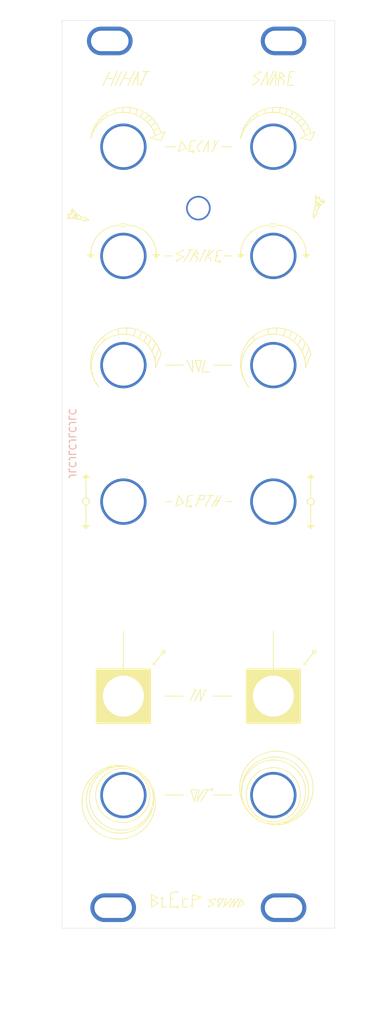
<source format=kicad_pcb>
(kicad_pcb (version 20211014) (generator pcbnew)
  (layers (0 "F.Cu" signal) (31 "B.Cu" signal) (34 "B.Paste" user) (35 "F.Paste" user) (36 "B.SilkS" user "B.Silkscreen") (37 "F.SilkS" user "F.Silkscreen") (38 "B.Mask" user) (39 "F.Mask" user) (44 "Edge.Cuts" user))
  (net 0 "")
  (footprint "Synth:Doepfer Mounting hole" (layer "F.Cu") (at 150 149.5)
    (fp_text reference "REF**" hide)
    (fp_text value "Doepfer Mounting hole")
    (pad "1" thru_hole oval locked (at 0 0) (size 6.7 4.2) (drill oval 5.5 3) (layers *.Cu *.Mask))
  )
  (footprint "Synth:Doepfer Mounting hole" (layer "F.Cu") (at 124.5 22.5)
    (fp_text reference "REF**" hide)
    (fp_text value "Doepfer Mounting hole")
    (pad "1" thru_hole oval locked (at 0 0) (size 6.7 4.2) (drill oval 5.5 3) (layers *.Cu *.Mask))
  )
  (footprint "Synth:Doepfer Mounting hole" (layer "F.Cu") (at 150 22.5)
    (fp_text reference "REF**" hide)
    (fp_text value "Doepfer Mounting hole")
    (pad "1" thru_hole oval locked (at 0 0) (size 6.7 4.2) (drill oval 5.5 3) (layers *.Cu *.Mask))
  )
  (footprint "Synth:Doepfer Mounting hole" (layer "F.Cu") (at 125 149.5)
    (fp_text reference "REF**" hide)
    (fp_text value "Doepfer Mounting hole")
    (pad "1" thru_hole oval locked (at 0 0) (size 6.7 4.2) (drill oval 5.5 3) (layers *.Cu *.Mask))
  )
  (gr_line (start 132.2 148) (end 132.2 149.4) (layer "F.SilkS") (width 0.12))
  (gr_line (start 133.4 149.4) (end 134.6 149.4) (layer "F.SilkS") (width 0.12))
  (gr_line (start 130.6 149.4) (end 131.6 148.8) (layer "F.SilkS") (width 0.12))
  (gr_line (start 131.6 148.8) (end 130.6 148.4) (layer "F.SilkS") (width 0.12))
  (gr_line (start 132.2 149.4) (end 132.8 149.4) (layer "F.SilkS") (width 0.12))
  (gr_line (start 133.8 147.2) (end 134.6 147.2) (layer "F.SilkS") (width 0.12))
  (gr_line (start 135.2 149.4) (end 136 149.4) (layer "F.SilkS") (width 0.12))
  (gr_line (start 136.6 147.6) (end 138 148) (layer "F.SilkS") (width 0.12))
  (gr_line (start 133.4 147.6) (end 133.4 149.4) (layer "F.SilkS") (width 0.12))
  (gr_line (start 133.4 148.2) (end 133.8 148.2) (layer "F.SilkS") (width 0.12))
  (gr_line (start 135.2 148.2) (end 135.2 149.4) (layer "F.SilkS") (width 0.12))
  (gr_line (start 136.4 149.2) (end 136.6 149.4) (layer "F.SilkS") (width 0.12))
  (gr_line (start 135.2 148.2) (end 136 148.2) (layer "F.SilkS") (width 0.12))
  (gr_line (start 136.6 149.4) (end 136.6 149.2) (layer "F.SilkS") (width 0.12))
  (gr_line (start 136.6 147.6) (end 136.6 149.4) (layer "F.SilkS") (width 0.12))
  (gr_line (start 138 148) (end 136.6 148.4) (layer "F.SilkS") (width 0.12))
  (gr_line (start 135.2 148.8) (end 135.4 148.8) (layer "F.SilkS") (width 0.12))
  (gr_line (start 130.6 148.4) (end 131.6 148) (layer "F.SilkS") (width 0.12))
  (gr_line (start 136.6 149.4) (end 136.8 149.2) (layer "F.SilkS") (width 0.12))
  (gr_line (start 130.6 147.6) (end 130.6 149.4) (layer "F.SilkS") (width 0.12))
  (gr_line (start 131.6 148) (end 130.6 147.6) (layer "F.SilkS") (width 0.12))
  (gr_line (start 143.4 148.2) (end 143.2 148.2) (layer "F.SilkS") (width 0.12))
  (gr_line (start 139 149.4) (end 139 149.2) (layer "F.SilkS") (width 0.12))
  (gr_line (start 140.4 148.2) (end 140.4 149.4) (layer "F.SilkS") (width 0.12))
  (gr_line (start 141.6 148.2) (end 141.2 149.4) (layer "F.SilkS") (width 0.12))
  (gr_line (start 141.2 149.4) (end 142.4 148.2) (layer "F.SilkS") (width 0.12))
  (gr_line (start 143.8 148.2) (end 143.2 149.4) (layer "F.SilkS") (width 0.12))
  (gr_line (start 143.8 148.2) (end 144.2 149) (layer "F.SilkS") (width 0.12))
  (gr_line (start 140 148.2) (end 140 148.4) (layer "F.SilkS") (width 0.12))
  (gr_line (start 132.2 148) (end 132 148.2) (layer "F.SilkS") (width 0.12))
  (gr_line (start 132.2 148) (end 132.4 148.2) (layer "F.SilkS") (width 0.12))
  (gr_line (start 142.8 148.2) (end 142.6 149.4) (layer "F.SilkS") (width 0.12))
  (gr_arc (start 133.4 147.6) (mid 133.517157 147.317157) (end 133.8 147.2) (layer "F.SilkS") (width 0.12))
  (gr_line (start 139.8 149) (end 139 149.4) (layer "F.SilkS") (width 0.12))
  (gr_line (start 134.6 149.4) (end 134.4 149.2) (layer "F.SilkS") (width 0.12))
  (gr_line (start 134.6 149.4) (end 134.4 149.6) (layer "F.SilkS") (width 0.12))
  (gr_line (start 139 148.4) (end 139.8 149) (layer "F.SilkS") (width 0.12))
  (gr_line (start 141.2 148.2) (end 140.4 148.2) (layer "F.SilkS") (width 0.12))
  (gr_line (start 142.6 149.4) (end 143.4 148.2) (layer "F.SilkS") (width 0.12))
  (gr_line (start 142.8 148.2) (end 142 149.4) (layer "F.SilkS") (width 0.12))
  (gr_line (start 141.6 148.2) (end 141.4 148.2) (layer "F.SilkS") (width 0.12))
  (gr_line (start 142 149.4) (end 142.2 149.4) (layer "F.SilkS") (width 0.12))
  (gr_line (start 142.4 148.2) (end 142.2 148.2) (layer "F.SilkS") (width 0.12))
  (gr_line (start 140.4 149.4) (end 141.2 148.2) (layer "F.SilkS") (width 0.12))
  (gr_line (start 143.2 149.4) (end 144.2 149) (layer "F.SilkS") (width 0.12))
  (gr_line (start 140 148.2) (end 139 148.4) (layer "F.SilkS") (width 0.12))
  (gr_line (start 153.1 69.1) (end 153.7 67.6) (layer "F.SilkS") (width 0.12))
  (gr_line (start 150.8 66) (end 151.2 65.1) (layer "F.SilkS") (width 0.12))
  (gr_line (start 153.2 70.4) (end 154.016834 68.385033) (layer "F.SilkS") (width 0.12))
  (gr_line (start 152.7 68) (end 153.2 66.8) (layer "F.SilkS") (width 0.12))
  (gr_line (start 152.1 67.1) (end 152.6 66.1) (layer "F.SilkS") (width 0.12))
  (gr_line (start 148.9 65.5) (end 149 64.6) (layer "F.SilkS") (width 0.12))
  (gr_line (start 151.5 66.5) (end 152 65.6) (layer "F.SilkS") (width 0.12))
  (gr_arc (start 144.88996 73.180994) (mid 147.01942 65.725465) (end 153.216834 70.385033) (layer "F.SilkS") (width 0.12))
  (gr_arc (start 144.9 73.2) (mid 146.484178 65.160984) (end 154.016834 68.385033) (layer "F.SilkS") (width 0.12))
  (gr_line (start 149.983166 65.714967) (end 150.3 64.8) (layer "F.SilkS") (width 0.12))
  (gr_line (start 147.7 64.7) (end 147.8 65.5) (layer "F.SilkS") (width 0.12))
  (gr_line (start 144 68.8) (end 143.8 68.7) (layer "F.SilkS") (width 0.12))
  (gr_line (start 145.7 66.4) (end 145.6 65.8) (layer "F.SilkS") (width 0.12))
  (gr_line (start 137.55 71) (end 137.05 69.3) (layer "F.SilkS") (width 0.12))
  (gr_line (start 148.5 115.25) (end 148.5 109) (layer "F.SilkS") (width 0.12))
  (gr_line (start 126.5 115.25) (end 126.5 109) (layer "F.SilkS") (width 0.12))
  (gr_line (start 125.1 28) (end 124.7 29) (layer "F.SilkS") (width 0.12))
  (gr_line (start 124.7 29) (end 124.6 29) (layer "F.SilkS") (width 0.12))
  (gr_line (start 128.7 27) (end 128.6 29) (layer "F.SilkS") (width 0.12))
  (gr_line (start 129.9 27) (end 129 29) (layer "F.SilkS") (width 0.12))
  (gr_line (start 127 27) (end 126 29) (layer "F.SilkS") (width 0.12))
  (gr_line (start 126.5 28) (end 127.6 28) (layer "F.SilkS") (width 0.12))
  (gr_line (start 126 29) (end 125.9 29) (layer "F.SilkS") (width 0.12))
  (gr_line (start 129.9 27) (end 130.4 27) (layer "F.SilkS") (width 0.12))
  (gr_line (start 124.5 27) (end 123.5 29) (layer "F.SilkS") (width 0.12))
  (gr_line (start 125.6 27) (end 125.5 27) (layer "F.SilkS") (width 0.12))
  (gr_line (start 127.6 28) (end 127.2 29) (layer "F.SilkS") (width 0.12))
  (gr_line (start 124 28) (end 125.1 28) (layer "F.SilkS") (width 0.12))
  (gr_line (start 124.5 27) (end 124.4 27) (layer "F.SilkS") (width 0.12))
  (gr_line (start 128.1 27) (end 128 27) (layer "F.SilkS") (width 0.12))
  (gr_line (start 127.2 29) (end 127.1 29) (layer "F.SilkS") (width 0.12))
  (gr_line (start 127 27) (end 126.9 27) (layer "F.SilkS") (width 0.12))
  (gr_line (start 123.5 29) (end 123.4 29) (layer "F.SilkS") (width 0.12))
  (gr_line (start 125.1 28) (end 125.6 27) (layer "F.SilkS") (width 0.12))
  (gr_line (start 127.6 28) (end 128.1 27) (layer "F.SilkS") (width 0.12))
  (gr_line (start 128.7 27) (end 127.8 29) (layer "F.SilkS") (width 0.12))
  (gr_line (start 126.2 27) (end 125.3 29) (layer "F.SilkS") (width 0.12))
  (gr_line (start 128.6 28) (end 128.3 28) (layer "F.SilkS") (width 0.12))
  (gr_line (start 129.9 27) (end 129.3 27) (layer "F.SilkS") (width 0.12))
  (gr_line (start 129 29) (end 129.2 28.9) (layer "F.SilkS") (width 0.12))
  (gr_line (start 129 29) (end 128.9 28.8) (layer "F.SilkS") (width 0.12))
  (gr_line (start 149.3 28) (end 149 28) (layer "F.SilkS") (width 0.12))
  (gr_line (start 145.5 29) (end 145.7 29) (layer "F.SilkS") (width 0.12))
  (gr_line (start 148.9 27) (end 148.8 29) (layer "F.SilkS") (width 0.12))
  (gr_line (start 146.5 28.2) (end 145.5 29) (layer "F.SilkS") (width 0.12))
  (gr_line (start 146.7 27) (end 145.6 27.6) (layer "F.SilkS") (width 0.12))
  (gr_line (start 148.5 27) (end 147.6 29) (layer "F.SilkS") (width 0.12))
  (gr_line (start 147.6 27) (end 147.6 29) (layer "F.SilkS") (width 0.12))
  (gr_line (start 149.5 27) (end 149.2 29) (layer "F.SilkS") (width 0.12))
  (gr_line (start 148.9 27) (end 148 29) (layer "F.SilkS") (width 0.12))
  (gr_line (start 150.6 29) (end 150.9 27) (layer "F.SilkS") (width 0.12))
  (gr_line (start 149.4 27.8) (end 150.1 28.3) (layer "F.SilkS") (width 0.12))
  (gr_line (start 150.6 29) (end 151.5 29) (layer "F.SilkS") (width 0.12))
  (gr_line (start 145.5 29) (end 145.5 28.8) (layer "F.SilkS") (width 0.12))
  (gr_line (start 145.6 27.6) (end 146.5 28.2) (layer "F.SilkS") (width 0.12))
  (gr_line (start 146.7 27) (end 146.7 27.2) (layer "F.SilkS") (width 0.12))
  (gr_line (start 148.5 27) (end 148.4 27) (layer "F.SilkS") (width 0.12))
  (gr_line (start 146.7 27) (end 146.5 26.9) (layer "F.SilkS") (width 0.12))
  (gr_line (start 150.9 27) (end 151.7 27) (layer "F.SilkS") (width 0.12))
  (gr_line (start 149.5 27) (end 150.2 27.7) (layer "F.SilkS") (width 0.12))
  (gr_line (start 150.1 28.3) (end 150 29) (layer "F.SilkS") (width 0.12))
  (gr_line (start 150.8 27.8) (end 151.2 27.8) (layer "F.SilkS") (width 0.12))
  (gr_line (start 150.2 27.7) (end 149.4 27.8) (layer "F.SilkS") (width 0.12))
  (gr_line (start 147.6 27) (end 146.7 29) (layer "F.SilkS") (width 0.12))
  (gr_line (start 146.7 29) (end 146.6 29) (layer "F.SilkS") (width 0.12))
  (gr_poly (pts (xy 152.5 122.5) (xy 144.5 122.5) (xy 144.5 114.5) (xy 152.5 114.5)) (layer "F.SilkS") (width 0.1) (fill solid))
  (gr_line (start 138.5 132.2) (end 139.2 132.2) (layer "F.SilkS") (width 0.12))
  (gr_line (start 136.9 133.9) (end 136.4 132.2) (layer "F.SilkS") (width 0.12))
  (gr_line (start 136.4 132.2) (end 137.3 132.2) (layer "F.SilkS") (width 0.12))
  (gr_line (start 137.6 132.2) (end 137.3 133.9) (layer "F.SilkS") (width 0.12))
  (gr_line (start 137.3 133.9) (end 138.3 132.2) (layer "F.SilkS") (width 0.12))
  (gr_line (start 137.3 132.2) (end 136.9 133.9) (layer "F.SilkS") (width 0.12))
  (gr_line (start 138.9 132.2) (end 137.9 133.9) (layer "F.SilkS") (width 0.12))
  (gr_circle (center 126.2 133.45) (end 129.2 137.05) (layer "F.SilkS") (width 0.12) (fill none))
  (gr_circle (center 126.4 133.05) (end 129 136.05) (layer "F.SilkS") (width 0.12) (fill none))
  (gr_circle (center 125.8 134.05) (end 127.8 139.05) (layer "F.SilkS") (width 0.12) (fill none))
  (gr_circle (center 126 133.65) (end 127.8 138.25) (layer "F.SilkS") (width 0.12) (fill none))
  (gr_circle (center 148.95 131.95) (end 146.95 126.95) (layer "F.SilkS") (width 0.12) (fill none))
  (gr_circle (center 148.75 132.35) (end 146.95 127.75) (layer "F.SilkS") (width 0.12) (fill none))
  (gr_circle (center 148.55 132.55) (end 145.55 128.95) (layer "F.SilkS") (width 0.12) (fill none))
  (gr_circle (center 148.5 132.95) (end 145.9 129.95) (layer "F.SilkS") (width 0.12) (fill none))
  (gr_circle (center 154.5 112) (end 154.5 112.25) (layer "F.SilkS") (width 0.12) (fill none))
  (gr_line (start 154.5 112) (end 153 113.9) (layer "F.SilkS") (width 0.12))
  (gr_line (start 153 113.9) (end 153.3 113.9) (layer "F.SilkS") (width 0.12))
  (gr_line (start 153 113.9) (end 153 113.6) (layer "F.SilkS") (width 0.12))
  (gr_line (start 137.1 117.5) (end 136.9 117.6) (layer "F.SilkS") (width 0.12))
  (gr_line (start 137 119.2) (end 137.8 117.5) (layer "F.SilkS") (width 0.12))
  (gr_line (start 137 119.2) (end 136.9 119.2) (layer "F.SilkS") (width 0.12))
  (gr_line (start 137.8 117.5) (end 137.8 119.2) (layer "F.SilkS") (width 0.12))
  (gr_line (start 137.1 117.5) (end 137.2 117.7) (layer "F.SilkS") (width 0.12))
  (gr_line (start 137.8 119.2) (end 138.6 117.5) (layer "F.SilkS") (width 0.12))
  (gr_line (start 136.3 119.2) (end 137.1 117.5) (layer "F.SilkS") (width 0.12))
  (gr_line (start 138.6 117.5) (end 138.5 117.5) (layer "F.SilkS") (width 0.12))
  (gr_line (start 135.3 53.1) (end 135.3 53.3) (layer "F.SilkS") (width 0.12))
  (gr_line (start 135.3 54.1) (end 134.3 54.8) (layer "F.SilkS") (width 0.12))
  (gr_line (start 135.3 53.1) (end 134.3 53.7) (layer "F.SilkS") (width 0.12))
  (gr_line (start 134.3 54.8) (end 134.3 54.6) (layer "F.SilkS") (width 0.12))
  (gr_line (start 134.3 54.8) (end 134.5 54.8) (layer "F.SilkS") (width 0.12))
  (gr_line (start 136.4 53.1) (end 135.4 54.8) (layer "F.SilkS") (width 0.12))
  (gr_line (start 134.3 53.7) (end 135.3 54.1) (layer "F.SilkS") (width 0.12))
  (gr_line (start 137.5 53.7) (end 136.8 53.8) (layer "F.SilkS") (width 0.12))
  (gr_line (start 137.4 54.3) (end 137.2 54.8) (layer "F.SilkS") (width 0.12))
  (gr_line (start 137.1 53.1) (end 137.5 53.7) (layer "F.SilkS") (width 0.12))
  (gr_line (start 136 53.1) (end 136.7 53.1) (layer "F.SilkS") (width 0.12))
  (gr_line (start 137.1 53.1) (end 136.3 54.8) (layer "F.SilkS") (width 0.12))
  (gr_line (start 135.3 53.1) (end 135.1 53.1) (layer "F.SilkS") (width 0.12))
  (gr_line (start 136.8 53.8) (end 137.4 54.3) (layer "F.SilkS") (width 0.12))
  (gr_line (start 137.7 54.8) (end 138.5 53.1) (layer "F.SilkS") (width 0.12))
  (gr_arc (start 140.2 53.6) (mid 140.317157 53.317157) (end 140.6 53.2) (layer "F.SilkS") (width 0.12))
  (gr_line (start 140.8 54.8) (end 140.6 55) (layer "F.SilkS") (width 0.12))
  (gr_line (start 140.2 54) (end 140.5 54) (layer "F.SilkS") (width 0.12))
  (gr_line (start 140 54.8) (end 140.7 54.8) (layer "F.SilkS") (width 0.12))
  (gr_line (start 140.6 53.2) (end 141 53.2) (layer "F.SilkS") (width 0.12))
  (gr_line (start 140.2 53.6) (end 140 54.8) (layer "F.SilkS") (width 0.12))
  (gr_line (start 138.8 54.1) (end 139.7 53.2) (layer "F.SilkS") (width 0.12))
  (gr_line (start 138.5 53.1) (end 138.3 53.2) (layer "F.SilkS") (width 0.12))
  (gr_line (start 138.4 54.8) (end 139.2 53.1) (layer "F.SilkS") (width 0.12))
  (gr_line (start 138.5 53.1) (end 138.6 53.3) (layer "F.SilkS") (width 0.12))
  (gr_line (start 138.8 54.1) (end 139.3 54.4) (layer "F.SilkS") (width 0.12))
  (gr_line (start 139.3 54.4) (end 139.3 54.8) (layer "F.SilkS") (width 0.12))
  (gr_line (start 140.8 54.8) (end 140.6 54.6) (layer "F.SilkS") (width 0.12))
  (gr_line (start 137.6 38.7) (end 137.7 38.6) (layer "F.SilkS") (width 0.12))
  (gr_line (start 138.1 37.1) (end 137.3 38) (layer "F.SilkS") (width 0.12))
  (gr_line (start 139.9 38) (end 139.9 37.1) (layer "F.SilkS") (width 0.12))
  (gr_line (start 134.6 38.7) (end 135.7 38.2) (layer "F.SilkS") (width 0.12))
  (gr_line (start 137.3 38) (end 137.6 38.7) (layer "F.SilkS") (width 0.12))
  (gr_line (start 135 37.1) (end 134.6 38.7) (layer "F.SilkS") (width 0.12))
  (gr_line (start 135.7 38.2) (end 135 37.1) (layer "F.SilkS") (width 0.12))
  (gr_line (start 139.9 38) (end 140.4 37.1) (layer "F.SilkS") (width 0.12))
  (gr_line (start 138.1 37.1) (end 138.2 37.2) (layer "F.SilkS") (width 0.12))
  (gr_line (start 139.5 38.7) (end 139.5 38.5) (layer "F.SilkS") (width 0.12))
  (gr_line (start 139.5 38.7) (end 139.7 38.6) (layer "F.SilkS") (width 0.12))
  (gr_arc (start 136.3 37.5) (mid 136.417157 37.217157) (end 136.7 37.1) (layer "F.SilkS") (width 0.12))
  (gr_line (start 136.1 38.7) (end 136.8 38.7) (layer "F.SilkS") (width 0.12))
  (gr_line (start 136.9 38.7) (end 136.7 38.5) (layer "F.SilkS") (width 0.12))
  (gr_line (start 138.9 37.9) (end 138.6 37.9) (layer "F.SilkS") (width 0.12))
  (gr_line (start 136.7 37.1) (end 137.1 37.1) (layer "F.SilkS") (width 0.12))
  (gr_line (start 136.3 37.5) (end 136.1 38.7) (layer "F.SilkS") (width 0.12))
  (gr_line (start 139 37.1) (end 138.9 38.7) (layer "F.SilkS") (width 0.12))
  (gr_line (start 136.9 38.7) (end 136.7 38.9) (layer "F.SilkS") (width 0.12))
  (gr_line (start 136.3 37.9) (end 136.6 37.9) (layer "F.SilkS") (width 0.12))
  (gr_line (start 139 37.1) (end 138.2 38.7) (layer "F.SilkS") (width 0.12))
  (gr_line (start 139.9 38) (end 139.5 38.7) (layer "F.SilkS") (width 0.12))
  (gr_arc (start 120.3 48.3) (mid 120.895036 48.385595) (end 121.400757 48.710619) (layer "F.SilkS") (width 0.12))
  (gr_line (start 120.200758 48.610618) (end 119.600758 48.610618) (layer "F.SilkS") (width 0.12))
  (gr_line (start 119.100758 47.810618) (end 118.800758 47.310618) (layer "F.SilkS") (width 0.12))
  (gr_line (start 118.800758 47.310618) (end 119.100758 47.510618) (layer "F.SilkS") (width 0.12))
  (gr_line (start 119.400758 48.210618) (end 119.000758 48.310618) (layer "F.SilkS") (width 0.12))
  (gr_line (start 118.300758 47.910618) (end 118.800758 48.010618) (layer "F.SilkS") (width 0.12))
  (gr_line (start 119.000758 47.110618) (end 119.700758 47.910618) (layer "F.SilkS") (width 0.12))
  (gr_line (start 119.500758 48.510618) (end 118.100758 48.510618) (layer "F.SilkS") (width 0.12))
  (gr_line (start 119.400758 47.810618) (end 119.500758 48.110618) (layer "F.SilkS") (width 0.12))
  (gr_line (start 118.700758 47.710618) (end 119.100758 47.810618) (layer "F.SilkS") (width 0.12))
  (gr_line (start 119.000758 48.310618) (end 119.600758 48.310618) (layer "F.SilkS") (width 0.12))
  (gr_line (start 118.600758 48.310618) (end 118.300758 47.910618) (layer "F.SilkS") (width 0.12))
  (gr_arc (start 120.966896 48.819083) (mid 120.956214 48.661819) (end 121.000758 48.510618) (layer "F.SilkS") (width 0.12))
  (gr_line (start 119.200758 48.010618) (end 119.400758 48.210618) (layer "F.SilkS") (width 0.12))
  (gr_line (start 118.100758 48.510618) (end 118.600758 48.310618) (layer "F.SilkS") (width 0.12))
  (gr_line (start 119.700758 48.110618) (end 119.400758 47.810618) (layer "F.SilkS") (width 0.12))
  (gr_line (start 119.100758 47.510618) (end 119.000758 47.110618) (layer "F.SilkS") (width 0.12))
  (gr_arc (start 121.396965 48.797347) (mid 120.778319 48.835581) (end 120.200758 48.610618) (layer "F.SilkS") (width 0.12))
  (gr_line (start 119.600758 48.610618) (end 119.900758 47.910618) (layer "F.SilkS") (width 0.12))
  (gr_line (start 119.900758 47.910618) (end 120.300758 48.310618) (layer "F.SilkS") (width 0.12))
  (gr_line (start 118.800758 48.010618) (end 118.700758 47.710618) (layer "F.SilkS") (width 0.12))
  (gr_line (start 119.500758 48.110618) (end 119.200758 48.010618) (layer "F.SilkS") (width 0.12))
  (gr_line (start 121.425758 48.735618) (end 121.400757 48.710619) (layer "F.SilkS") (width 0.12))
  (gr_line (start 120.300758 48.310618) (end 120.200758 48.610618) (layer "F.SilkS") (width 0.12))
  (gr_line (start 121.389271 48.770418) (end 121.425758 48.760618) (layer "F.SilkS") (width 0.12))
  (gr_line (start 154.429582 48.389271) (end 154.439382 48.425758) (layer "F.SilkS") (width 0.12))
  (gr_line (start 154.889382 47.300758) (end 154.589382 47.200758) (layer "F.SilkS") (width 0.12))
  (gr_line (start 154.889382 46.000758) (end 154.889382 46.600758) (layer "F.SilkS") (width 0.12))
  (gr_line (start 155.189382 46.200758) (end 154.989382 46.400758) (layer "F.SilkS") (width 0.12))
  (gr_line (start 155.389382 46.400758) (end 155.089382 46.500758) (layer "F.SilkS") (width 0.12))
  (gr_line (start 155.889382 45.800758) (end 155.689382 46.100758) (layer "F.SilkS") (width 0.12))
  (gr_line (start 156.089382 46.000758) (end 155.289382 46.700758) (layer "F.SilkS") (width 0.12))
  (gr_line (start 155.089382 46.500758) (end 155.189382 46.200758) (layer "F.SilkS") (width 0.12))
  (gr_line (start 154.464382 48.425758) (end 154.489381 48.400757) (layer "F.SilkS") (width 0.12))
  (gr_line (start 154.689382 45.100758) (end 154.889382 45.600758) (layer "F.SilkS") (width 0.12))
  (gr_line (start 154.589382 46.600758) (end 155.289382 46.900758) (layer "F.SilkS") (width 0.12))
  (gr_line (start 155.489382 45.700758) (end 155.389382 46.100758) (layer "F.SilkS") (width 0.12))
  (gr_arc (start 154.402653 48.396965) (mid 154.364419 47.778319) (end 154.589382 47.200758) (layer "F.SilkS") (width 0.12))
  (gr_line (start 154.989382 46.400758) (end 154.889382 46.000758) (layer "F.SilkS") (width 0.12))
  (gr_line (start 155.689382 46.100758) (end 156.089382 46.000758) (layer "F.SilkS") (width 0.12))
  (gr_line (start 155.189382 45.800758) (end 155.489382 45.700758) (layer "F.SilkS") (width 0.12))
  (gr_line (start 154.889382 45.600758) (end 155.289382 45.300758) (layer "F.SilkS") (width 0.12))
  (gr_line (start 155.289382 45.300758) (end 155.189382 45.800758) (layer "F.SilkS") (width 0.12))
  (gr_line (start 155.389382 46.100758) (end 155.889382 45.800758) (layer "F.SilkS") (width 0.12))
  (gr_line (start 154.589382 47.200758) (end 154.589382 46.600758) (layer "F.SilkS") (width 0.12))
  (gr_arc (start 154.9 47.3) (mid 154.814405 47.895036) (end 154.489381 48.400757) (layer "F.SilkS") (width 0.12))
  (gr_arc (start 154.380917 47.966896) (mid 154.538181 47.956214) (end 154.689382 48.000758) (layer "F.SilkS") (width 0.12))
  (gr_line (start 155.289382 46.900758) (end 154.889382 47.300758) (layer "F.SilkS") (width 0.12))
  (gr_line (start 154.689382 46.500758) (end 154.689382 45.100758) (layer "F.SilkS") (width 0.12))
  (gr_line (start 155.089382 46.700758) (end 155.389382 46.400758) (layer "F.SilkS") (width 0.12))
  (gr_arc (start 121.701488 53.913118) (mid 122.919707 50.799701) (end 126 49.5) (layer "F.SilkS") (width 0.12))
  (gr_line (start 126 49.3) (end 126.9 49.3) (layer "F.SilkS") (width 0.12))
  (gr_poly (pts (xy 121.2 53.8) (xy 122.2 53.8) (xy 121.7 54.3)) (layer "F.SilkS") (width 0.1) (fill solid))
  (gr_line (start 126 49.7) (end 126.9 49.7) (layer "F.SilkS") (width 0.12))
  (gr_arc (start 126.9 49.5) (mid 130.013417 50.718219) (end 131.313118 53.798512) (layer "F.SilkS") (width 0.12))
  (gr_poly (pts (xy 130.82 53.8) (xy 131.82 53.8) (xy 131.32 54.3)) (layer "F.SilkS") (width 0.1) (fill solid))
  (gr_line (start 122 68.8) (end 121.8 68.7) (layer "F.SilkS") (width 0.12))
  (gr_line (start 127.983166 65.714967) (end 128.3 64.8) (layer "F.SilkS") (width 0.12))
  (gr_line (start 129.5 66.5) (end 130 65.6) (layer "F.SilkS") (width 0.12))
  (gr_line (start 126.9 65.5) (end 127 64.6) (layer "F.SilkS") (width 0.12))
  (gr_line (start 130.1 67.1) (end 130.6 66.1) (layer "F.SilkS") (width 0.12))
  (gr_line (start 130.7 68) (end 131.2 66.8) (layer "F.SilkS") (width 0.12))
  (gr_line (start 125.7 64.7) (end 125.8 65.5) (layer "F.SilkS") (width 0.12))
  (gr_line (start 131.2 70.4) (end 132.016834 68.385033) (layer "F.SilkS") (width 0.12))
  (gr_line (start 128.8 66) (end 129.2 65.1) (layer "F.SilkS") (width 0.12))
  (gr_line (start 123.7 66.4) (end 123.6 65.8) (layer "F.SilkS") (width 0.12))
  (gr_arc (start 122.9 73.2) (mid 124.484178 65.160984) (end 132.016834 68.385033) (layer "F.SilkS") (width 0.12))
  (gr_line (start 131.1 69.1) (end 131.7 67.6) (layer "F.SilkS") (width 0.12))
  (gr_arc (start 122.88996 73.180994) (mid 125.01942 65.725465) (end 131.216834 70.385033) (layer "F.SilkS") (width 0.12))
  (gr_arc (start 121.723949 36.805395) (mid 126.306844 32.976544) (end 131.2 36.4) (layer "F.SilkS") (width 0.12))
  (gr_line (start 131.7 35.3) (end 130.9 35.6) (layer "F.SilkS") (width 0.12))
  (gr_line (start 125.3 33.1) (end 125.3 32.5) (layer "F.SilkS") (width 0.12))
  (gr_line (start 129.6 34) (end 130.1 33.4) (layer "F.SilkS") (width 0.12))
  (gr_line (start 130.5 36.7) (end 132.6 35.8) (layer "F.SilkS") (width 0.12))
  (gr_line (start 130.5 35) (end 131.2 34.5) (layer "F.SilkS") (width 0.12))
  (gr_line (start 129 33.6) (end 129.4 32.9) (layer "F.SilkS") (width 0.12))
  (gr_line (start 126.4 32.9) (end 126.4 32.3) (layer "F.SilkS") (width 0.12))
  (gr_line (start 132.6 35.8) (end 132 37.1) (layer "F.SilkS") (width 0.12))
  (gr_line (start 123.3 34.1) (end 123.1 33.9) (layer "F.SilkS") (width 0.12))
  (gr_line (start 130.7 33.9) (end 130 34.4) (layer "F.SilkS") (width 0.12))
  (gr_line (start 127.4 33) (end 127.5 32.3) (layer "F.SilkS") (width 0.12))
  (gr_line (start 122.6 34.9) (end 122.5 34.8) (layer "F.SilkS") (width 0.12))
  (gr_line (start 132 37.1) (end 130.5 36.7) (layer "F.SilkS") (width 0.12))
  (gr_line (start 128.3 33.3) (end 128.5 32.5) (layer "F.SilkS") (width 0.12))
  (gr_line (start 124 33.2) (end 124.2 33.5) (layer "F.SilkS") (width 0.12))
  (gr_arc (start 121.700233 36.802142) (mid 126.535235 32.243032) (end 132.016834 36) (layer "F.SilkS") (width 0.12))
  (gr_arc (start 143.723949 36.805395) (mid 148.306844 32.976544) (end 153.2 36.4) (layer "F.SilkS") (width 0.12))
  (gr_line (start 153.7 35.3) (end 152.9 35.6) (layer "F.SilkS") (width 0.12))
  (gr_line (start 151.6 34) (end 152.1 33.4) (layer "F.SilkS") (width 0.12))
  (gr_line (start 152.5 35) (end 153.2 34.5) (layer "F.SilkS") (width 0.12))
  (gr_line (start 151 33.6) (end 151.4 32.9) (layer "F.SilkS") (width 0.12))
  (gr_line (start 152.5 36.7) (end 154.6 35.8) (layer "F.SilkS") (width 0.12))
  (gr_line (start 148.4 32.9) (end 148.4 32.3) (layer "F.SilkS") (width 0.12))
  (gr_line (start 154.6 35.8) (end 154 37.1) (layer "F.SilkS") (width 0.12))
  (gr_line (start 145.3 34.1) (end 145.1 33.9) (layer "F.SilkS") (width 0.12))
  (gr_line (start 152.7 33.9) (end 152 34.4) (layer "F.SilkS") (width 0.12))
  (gr_line (start 147.3 33.1) (end 147.3 32.5) (layer "F.SilkS") (width 0.12))
  (gr_line (start 149.4 33) (end 149.5 32.3) (layer "F.SilkS") (width 0.12))
  (gr_line (start 150.3 33.3) (end 150.5 32.5) (layer "F.SilkS") (width 0.12))
  (gr_arc (start 143.700233 36.802142) (mid 148.535235 32.243032) (end 154.016834 36) (layer "F.SilkS") (width 0.12))
  (gr_line (start 146 33.2) (end 146.2 33.5) (layer "F.SilkS") (width 0.12))
  (gr_line (start 144.6 34.9) (end 144.5 34.8) (layer "F.SilkS") (width 0.12))
  (gr_line (start 154 37.1) (end 152.5 36.7) (layer "F.SilkS") (width 0.12))
  (gr_poly (pts (xy 143.2 53.8) (xy 144.2 53.8) (xy 143.7 54.3)) (layer "F.SilkS") (width 0.1) (fill solid))
  (gr_arc (start 143.701488 53.913118) (mid 144.919707 50.799701) (end 148 49.5) (layer "F.SilkS") (width 0.12))
  (gr_arc (start 148.9 49.5) (mid 152.01395 50.718738) (end 153.313118 53.8) (layer "F.SilkS") (width 0.12))
  (gr_poly (pts (xy 152.82 53.79) (xy 153.82 53.79) (xy 153.32 54.29)) (layer "F.SilkS") (width 0.1) (fill solid))
  (gr_line (start 135.3 118.5) (end 132.6 118.5) (layer "F.SilkS") (width 0.12))
  (gr_line (start 141.3 54) (end 142.4 54) (layer "F.SilkS") (width 0.12))
  (gr_line (start 133.7 54) (end 132.6 54) (layer "F.SilkS") (width 0.12))
  (gr_line (start 154 90.5) (end 154 93.5) (layer "F.SilkS") (width 0.12))
  (gr_poly (pts (xy 121 94) (xy 120.5 93.5) (xy 121.5 93.5)) (layer "F.SilkS") (width 0.1) (fill solid))
  (gr_circle (center 121 90) (end 121.5 90) (layer "F.SilkS") (width 0.15) (fill none))
  (gr_line (start 121 90.5) (end 121 93.5) (layer "F.SilkS") (width 0.12))
  (gr_line (start 121 89.5) (end 121 86.5) (layer "F.SilkS") (width 0.12))
  (gr_poly (pts (xy 121.5 86.5) (xy 120.5 86.5) (xy 121 86)) (layer "F.SilkS") (width 0.1) (fill solid))
  (gr_line (start 140.4 89.1) (end 139.5 90.7) (layer "F.SilkS") (width 0.12))
  (gr_line (start 140.9 89.1) (end 140 90.7) (layer "F.SilkS") (width 0.12))
  (gr_line (start 134.6 89.1) (end 134.2 90.7) (layer "F.SilkS") (width 0.12))
  (gr_line (start 138.5 90.7) (end 138.7 90.6) (layer "F.SilkS") (width 0.12))
  (gr_line (start 135.7 90.7) (end 136.4 90.7) (layer "F.SilkS") (width 0.12))
  (gr_line (start 135.9 89.9) (end 136.2 89.9) (layer "F.SilkS") (width 0.12))
  (gr_line (start 139.8 89.9) (end 140.6 89.9) (layer "F.SilkS") (width 0.12))
  (gr_line (start 135.3 90.2) (end 134.6 89.1) (layer "F.SilkS") (width 0.12))
  (gr_line (start 138.5 89.1) (end 138.2 89.7) (layer "F.SilkS") (width 0.12))
  (gr_line (start 138.5 90.7) (end 138.5 90.5) (layer "F.SilkS") (width 0.12))
  (gr_line (start 139.4 89.1) (end 138.5 90.7) (layer "F.SilkS") (width 0.12))
  (gr_line (start 138.2 89.7) (end 137.4 89.7) (layer "F.SilkS") (width 0.12))
  (gr_line (start 135.9 89.5) (end 135.7 90.7) (layer "F.SilkS") (width 0.12))
  (gr_arc (start 135.9 89.5) (mid 136.017157 89.217157) (end 136.3 89.1) (layer "F.SilkS") (width 0.12))
  (gr_line (start 136.3 89.1) (end 136.7 89.1) (layer "F.SilkS") (width 0.12))
  (gr_line (start 136.5 90.7) (end 136.3 90.5) (layer "F.SilkS") (width 0.12))
  (gr_line (start 136.5 90.7) (end 136.3 90.9) (layer "F.SilkS") (width 0.12))
  (gr_line (start 138.9 89.1) (end 139.8 89.1) (layer "F.SilkS") (width 0.12))
  (gr_line (start 137.8 89.1) (end 137.1 90.7) (layer "F.SilkS") (width 0.12))
  (gr_line (start 134.2 90.7) (end 135.3 90.2) (layer "F.SilkS") (width 0.12))
  (gr_line (start 137.6 89.1) (end 138.5 89.1) (layer "F.SilkS") (width 0.12))
  (gr_line (start 133.6 90) (end 132.6 90) (layer "F.SilkS") (width 0.12))
  (gr_line (start 141.4 90) (end 142.4 90) (layer "F.SilkS") (width 0.12))
  (gr_line (start 139.6 132.2) (end 139.5 132.4) (layer "F.SilkS") (width 0.12))
  (gr_poly (pts (xy 154.5 86.5) (xy 153.5 86.5) (xy 154 86)) (layer "F.SilkS") (width 0.1) (fill solid))
  (gr_line (start 134.2 38) (end 132.6 38) (layer "F.SilkS") (width 0.12))
  (gr_line (start 140.8 38) (end 142.4 38) (layer "F.SilkS") (width 0.12))
  (gr_poly (pts (xy 130.5 122.5) (xy 122.5 122.5) (xy 122.5 114.5) (xy 130.5 114.5)) (layer "F.SilkS") (width 0.1) (fill solid))
  (gr_line (start 139.7 70) (end 142.4 70) (layer "F.SilkS") (width 0.12))
  (gr_line (start 135.85 69.3) (end 136.65 71) (layer "F.SilkS") (width 0.12))
  (gr_line (start 130.9 113.9) (end 130.9 113.6) (layer "F.SilkS") (width 0.12))
  (gr_line (start 139.7 118.5) (end 142.4 118.5) (layer "F.SilkS") (width 0.12))
  (gr_line (start 148 49.7) (end 148.9 49.7) (layer "F.SilkS") (width 0.12))
  (gr_line (start 135.3 70) (end 132.6 70) (layer "F.SilkS") (width 0.12))
  (gr_poly (pts (xy 154 94) (xy 153.5 93.5) (xy 154.5 93.5)) (layer "F.SilkS") (width 0.1) (fill solid))
  (gr_circle (center 154 90) (end 154.5 90) (layer "F.SilkS") (width 0.15) (fill none))
  (gr_line (start 138.05 71) (end 139.15 71) (layer "F.SilkS") (width 0.12))
  (gr_line (start 139.6 132.2) (end 139.5 132) (layer "F.SilkS") (width 0.12))
  (gr_line (start 137.95 69.3) (end 137.55 71) (layer "F.SilkS") (width 0.12))
  (gr_line (start 138.45 69.3) (end 138.05 71) (layer "F.SilkS") (width 0.12))
  (gr_line (start 132.4 112) (end 130.9 113.9) (layer "F.SilkS") (width 0.12))
  (gr_line (start 135.3 133) (end 132.6 133) (layer "F.SilkS") (width 0.12))
  (gr_line (start 136.65 69.3) (end 136.55 69.3) (layer "F.SilkS") (width 0.12))
  (gr_line (start 138.45 69.3) (end 138.35 69.3) (layer "F.SilkS") (width 0.12))
  (gr_line (start 135.85 69.3) (end 135.75 69.3) (layer "F.SilkS") (width 0.12))
  (gr_line (start 139.7 133) (end 142.4 133) (layer "F.SilkS") (width 0.12))
  (gr_line (start 139.2 132.2) (end 139.6 132.2) (layer "F.SilkS") (width 0.12))
  (gr_line (start 137.05 69.3) (end 137.95 69.3) (layer "F.SilkS") (width 0.12))
  (gr_line (start 148 49.3) (end 148.9 49.3) (layer "F.SilkS") (width 0.12))
  (gr_line (start 130.9 113.9) (end 131.2 113.9) (layer "F.SilkS") (width 0.12))
  (gr_circle (center 132.4 112) (end 132.4 112.25) (layer "F.SilkS") (width 0.12) (fill none))
  (gr_line (start 136.65 71) (end 136.65 69.3) (layer "F.SilkS") (width 0.12))
  (gr_line (start 154 89.5) (end 154 86.5) (layer "F.SilkS") (width 0.12))
  (gr_line (start 117.5 19.5) (end 117.499999 145.500001) (layer "Edge.Cuts") (width 0.05))
  (gr_line (start 117.5 19.5) (end 157.5 19.5) (layer "Edge.Cuts") (width 0.05))
  (gr_line (start 157.5 19.5) (end 157.5 152.5) (layer "Edge.Cuts") (width 0.05))
  (gr_line (start 157.5 152.5) (end 117.5 152.5) (layer "Edge.Cuts") (width 0.05))
  (gr_line (start 117.5 152.5) (end 117.499999 145.500001) (layer "Edge.Cuts") (width 0.05))
  (gr_text "JLCJLCJLCJLC\n" (at 119 81.5 -90) (layer "B.SilkS") (effects (font (size 1 1)) (justify mirror)))
  (via (at 126.5 133) (size 6.8) (drill 6) (layers "F.Cu" "B.Cu") (net 0))
  (via (at 148.5 133) (size 6.8) (drill 6) (layers "F.Cu" "B.Cu") (net 0))
  (via (at 126.5 118.5) (size 6.8) (drill 6) (layers "F.Cu" "B.Cu") (net 0))
  (via (at 148.5 118.5) (size 6.8) (drill 6) (layers "F.Cu" "B.Cu") (net 0))
  (via (at 148.5 90) (size 6.8) (drill 6) (layers "F.Cu" "B.Cu") (net 0))
  (via (at 148.5 70) (size 6.8) (drill 6) (layers "F.Cu" "B.Cu") (net 0))
  (via (at 148.5 54) (size 6.8) (drill 6) (layers "F.Cu" "B.Cu") (net 0))
  (via (at 126.5 38) (size 6.8) (drill 6) (layers "F.Cu" "B.Cu") (net 0))
  (via (at 148.5 38) (size 6.8) (drill 6) (layers "F.Cu" "B.Cu") (net 0))
  (via (at 126.5 70) (size 6.8) (drill 6) (layers "F.Cu" "B.Cu") (net 0))
  (via (at 137.5 47) (size 3.6) (drill 3.1) (layers "F.Cu" "B.Cu") (net 0))
  (via (at 126.5 90) (size 6.8) (drill 6) (layers "F.Cu" "B.Cu") (net 0))
  (via (at 126.5 54) (size 6.8) (drill 6) (layers "F.Cu" "B.Cu") (net 0))
)
</source>
